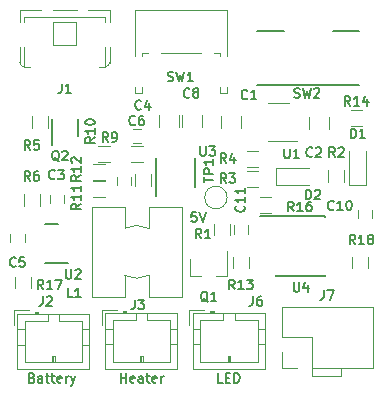
<source format=gbr>
G04 #@! TF.GenerationSoftware,KiCad,Pcbnew,(5.0-dev-4069-g322ce84fb)*
G04 #@! TF.CreationDate,2018-05-24T17:52:26+02:00*
G04 #@! TF.ProjectId,main,6D61696E2E6B696361645F7063620000,rev?*
G04 #@! TF.SameCoordinates,Original*
G04 #@! TF.FileFunction,Legend,Top*
G04 #@! TF.FilePolarity,Positive*
%FSLAX46Y46*%
G04 Gerber Fmt 4.6, Leading zero omitted, Abs format (unit mm)*
G04 Created by KiCad (PCBNEW (5.0-dev-4069-g322ce84fb)) date Thu May 24 17:52:26 2018*
%MOMM*%
%LPD*%
G01*
G04 APERTURE LIST*
%ADD10C,0.150000*%
%ADD11C,0.125000*%
%ADD12C,0.120000*%
%ADD13C,0.050000*%
G04 APERTURE END LIST*
D10*
X106447619Y-87261904D02*
X106066666Y-87261904D01*
X106028571Y-87642857D01*
X106066666Y-87604761D01*
X106142857Y-87566666D01*
X106333333Y-87566666D01*
X106409523Y-87604761D01*
X106447619Y-87642857D01*
X106485714Y-87719047D01*
X106485714Y-87909523D01*
X106447619Y-87985714D01*
X106409523Y-88023809D01*
X106333333Y-88061904D01*
X106142857Y-88061904D01*
X106066666Y-88023809D01*
X106028571Y-87985714D01*
X106714285Y-87261904D02*
X106980952Y-88061904D01*
X107247619Y-87261904D01*
X92542857Y-101242857D02*
X92657142Y-101280952D01*
X92695238Y-101319047D01*
X92733333Y-101395238D01*
X92733333Y-101509523D01*
X92695238Y-101585714D01*
X92657142Y-101623809D01*
X92580952Y-101661904D01*
X92276190Y-101661904D01*
X92276190Y-100861904D01*
X92542857Y-100861904D01*
X92619047Y-100900000D01*
X92657142Y-100938095D01*
X92695238Y-101014285D01*
X92695238Y-101090476D01*
X92657142Y-101166666D01*
X92619047Y-101204761D01*
X92542857Y-101242857D01*
X92276190Y-101242857D01*
X93419047Y-101661904D02*
X93419047Y-101242857D01*
X93380952Y-101166666D01*
X93304761Y-101128571D01*
X93152380Y-101128571D01*
X93076190Y-101166666D01*
X93419047Y-101623809D02*
X93342857Y-101661904D01*
X93152380Y-101661904D01*
X93076190Y-101623809D01*
X93038095Y-101547619D01*
X93038095Y-101471428D01*
X93076190Y-101395238D01*
X93152380Y-101357142D01*
X93342857Y-101357142D01*
X93419047Y-101319047D01*
X93685714Y-101128571D02*
X93990476Y-101128571D01*
X93800000Y-100861904D02*
X93800000Y-101547619D01*
X93838095Y-101623809D01*
X93914285Y-101661904D01*
X93990476Y-101661904D01*
X94142857Y-101128571D02*
X94447619Y-101128571D01*
X94257142Y-100861904D02*
X94257142Y-101547619D01*
X94295238Y-101623809D01*
X94371428Y-101661904D01*
X94447619Y-101661904D01*
X95019047Y-101623809D02*
X94942857Y-101661904D01*
X94790476Y-101661904D01*
X94714285Y-101623809D01*
X94676190Y-101547619D01*
X94676190Y-101242857D01*
X94714285Y-101166666D01*
X94790476Y-101128571D01*
X94942857Y-101128571D01*
X95019047Y-101166666D01*
X95057142Y-101242857D01*
X95057142Y-101319047D01*
X94676190Y-101395238D01*
X95400000Y-101661904D02*
X95400000Y-101128571D01*
X95400000Y-101280952D02*
X95438095Y-101204761D01*
X95476190Y-101166666D01*
X95552380Y-101128571D01*
X95628571Y-101128571D01*
X95819047Y-101128571D02*
X96009523Y-101661904D01*
X96200000Y-101128571D02*
X96009523Y-101661904D01*
X95933333Y-101852380D01*
X95895238Y-101890476D01*
X95819047Y-101928571D01*
X100047619Y-101661904D02*
X100047619Y-100861904D01*
X100047619Y-101242857D02*
X100504761Y-101242857D01*
X100504761Y-101661904D02*
X100504761Y-100861904D01*
X101190476Y-101623809D02*
X101114285Y-101661904D01*
X100961904Y-101661904D01*
X100885714Y-101623809D01*
X100847619Y-101547619D01*
X100847619Y-101242857D01*
X100885714Y-101166666D01*
X100961904Y-101128571D01*
X101114285Y-101128571D01*
X101190476Y-101166666D01*
X101228571Y-101242857D01*
X101228571Y-101319047D01*
X100847619Y-101395238D01*
X101914285Y-101661904D02*
X101914285Y-101242857D01*
X101876190Y-101166666D01*
X101800000Y-101128571D01*
X101647619Y-101128571D01*
X101571428Y-101166666D01*
X101914285Y-101623809D02*
X101838095Y-101661904D01*
X101647619Y-101661904D01*
X101571428Y-101623809D01*
X101533333Y-101547619D01*
X101533333Y-101471428D01*
X101571428Y-101395238D01*
X101647619Y-101357142D01*
X101838095Y-101357142D01*
X101914285Y-101319047D01*
X102180952Y-101128571D02*
X102485714Y-101128571D01*
X102295238Y-100861904D02*
X102295238Y-101547619D01*
X102333333Y-101623809D01*
X102409523Y-101661904D01*
X102485714Y-101661904D01*
X103057142Y-101623809D02*
X102980952Y-101661904D01*
X102828571Y-101661904D01*
X102752380Y-101623809D01*
X102714285Y-101547619D01*
X102714285Y-101242857D01*
X102752380Y-101166666D01*
X102828571Y-101128571D01*
X102980952Y-101128571D01*
X103057142Y-101166666D01*
X103095238Y-101242857D01*
X103095238Y-101319047D01*
X102714285Y-101395238D01*
X103438095Y-101661904D02*
X103438095Y-101128571D01*
X103438095Y-101280952D02*
X103476190Y-101204761D01*
X103514285Y-101166666D01*
X103590476Y-101128571D01*
X103666666Y-101128571D01*
X108685714Y-101661904D02*
X108304761Y-101661904D01*
X108304761Y-100861904D01*
X108952380Y-101242857D02*
X109219047Y-101242857D01*
X109333333Y-101661904D02*
X108952380Y-101661904D01*
X108952380Y-100861904D01*
X109333333Y-100861904D01*
X109676190Y-101661904D02*
X109676190Y-100861904D01*
X109866666Y-100861904D01*
X109980952Y-100900000D01*
X110057142Y-100976190D01*
X110095238Y-101052380D01*
X110133333Y-101204761D01*
X110133333Y-101319047D01*
X110095238Y-101471428D01*
X110057142Y-101547619D01*
X109980952Y-101623809D01*
X109866666Y-101661904D01*
X109676190Y-101661904D01*
D11*
X116275000Y-101100000D02*
X116275000Y-100400000D01*
X118675000Y-101100000D02*
X116275000Y-101100000D01*
X118675000Y-100450000D02*
X118675000Y-101100000D01*
D12*
X104950000Y-80050000D02*
X104950000Y-79050000D01*
X103250000Y-79050000D02*
X103250000Y-80050000D01*
X97700000Y-84620000D02*
X98700000Y-84620000D01*
X98700000Y-85980000D02*
X97700000Y-85980000D01*
D10*
X96400000Y-80825000D02*
X96400000Y-79375000D01*
X94200000Y-81550000D02*
X94200000Y-79375000D01*
D12*
X94050000Y-86500000D02*
X94050000Y-85800000D01*
X95250000Y-85800000D02*
X95250000Y-86500000D01*
X108550000Y-79100000D02*
X108550000Y-80100000D01*
X110250000Y-80100000D02*
X110250000Y-79100000D01*
X90700000Y-89750000D02*
X90700000Y-89050000D01*
X91900000Y-89050000D02*
X91900000Y-89750000D01*
X101050000Y-80200000D02*
X101750000Y-80200000D01*
X101750000Y-81400000D02*
X101050000Y-81400000D01*
X100900000Y-84250000D02*
X100900000Y-84950000D01*
X99700000Y-84950000D02*
X99700000Y-84250000D01*
X109600000Y-89050000D02*
X109600000Y-88350000D01*
X110800000Y-88350000D02*
X110800000Y-89050000D01*
X121300000Y-87050000D02*
X121300000Y-87750000D01*
X120100000Y-87750000D02*
X120100000Y-87050000D01*
X119400000Y-84900000D02*
X120800000Y-84900000D01*
X120800000Y-84900000D02*
X120800000Y-82100000D01*
X119400000Y-84900000D02*
X119400000Y-82100000D01*
X113200000Y-83500000D02*
X116000000Y-83500000D01*
X113200000Y-84900000D02*
X116000000Y-84900000D01*
X113200000Y-83500000D02*
X113200000Y-84900000D01*
X93300860Y-70125000D02*
X91500000Y-70125000D01*
X96301520Y-70125000D02*
X94300000Y-70125000D01*
X99099840Y-70125000D02*
X97298980Y-70125000D01*
X99099840Y-74576100D02*
X99100000Y-73275000D01*
X91500160Y-74576100D02*
X91500000Y-73275000D01*
X98749320Y-74926620D02*
G75*
G03X99099840Y-74576100I0J350520D01*
G01*
X91502700Y-74576100D02*
G75*
G03X91850680Y-74924080I347980J0D01*
G01*
X98750000Y-74925000D02*
X98200000Y-74925000D01*
X91850680Y-74924080D02*
X92400000Y-74925000D01*
X98750000Y-73275000D02*
X98750000Y-74925000D01*
X91850000Y-73275000D02*
X91850680Y-74924080D01*
X98749320Y-70674660D02*
X91850680Y-70674660D01*
X96249960Y-73074960D02*
X94350040Y-73074960D01*
X94350040Y-73074960D02*
X94350040Y-71175040D01*
X94350040Y-71175040D02*
X96249960Y-71175040D01*
X96249960Y-71175040D02*
X96249960Y-73074960D01*
X91850000Y-71175000D02*
X91850000Y-70675000D01*
X91500000Y-71175000D02*
X91500000Y-70125000D01*
X98750000Y-70675000D02*
X98750000Y-71175000D01*
X99100000Y-71175000D02*
X99100000Y-70125000D01*
X105920000Y-92660000D02*
X105920000Y-91200000D01*
X109080000Y-92660000D02*
X109080000Y-90500000D01*
X109080000Y-92660000D02*
X108150000Y-92660000D01*
X105920000Y-92660000D02*
X106850000Y-92660000D01*
X109280000Y-88200000D02*
X109280000Y-89200000D01*
X107920000Y-89200000D02*
X107920000Y-88200000D01*
X91820000Y-86700000D02*
X91820000Y-85700000D01*
X93180000Y-85700000D02*
X93180000Y-86700000D01*
X101220000Y-85000000D02*
X101220000Y-84000000D01*
X102580000Y-84000000D02*
X102580000Y-85000000D01*
X98100000Y-81620000D02*
X99100000Y-81620000D01*
X99100000Y-82980000D02*
X98100000Y-82980000D01*
X97700000Y-83120000D02*
X98700000Y-83120000D01*
X98700000Y-84480000D02*
X97700000Y-84480000D01*
X117620000Y-84700000D02*
X117620000Y-83700000D01*
X118980000Y-83700000D02*
X118980000Y-84700000D01*
X111700000Y-85080000D02*
X110700000Y-85080000D01*
X110700000Y-83720000D02*
X111700000Y-83720000D01*
X110700000Y-82020000D02*
X111700000Y-82020000D01*
X111700000Y-83380000D02*
X110700000Y-83380000D01*
X93880000Y-79100000D02*
X93880000Y-80100000D01*
X92520000Y-80100000D02*
X92520000Y-79100000D01*
X110880000Y-91000000D02*
X110880000Y-92000000D01*
X109520000Y-92000000D02*
X109520000Y-91000000D01*
X112800000Y-87280000D02*
X111800000Y-87280000D01*
X111800000Y-85920000D02*
X112800000Y-85920000D01*
D10*
X94775000Y-88275000D02*
X93625000Y-88275000D01*
X95550000Y-91525000D02*
X93625000Y-91525000D01*
D12*
X112500000Y-81210000D02*
X114950000Y-81210000D01*
X114300000Y-77990000D02*
X112500000Y-77990000D01*
X105850000Y-95500000D02*
X105850000Y-96750000D01*
X107100000Y-95500000D02*
X105850000Y-95500000D01*
X109200000Y-99900000D02*
X109200000Y-99400000D01*
X109300000Y-99400000D02*
X109300000Y-99900000D01*
X109100000Y-99400000D02*
X109300000Y-99400000D01*
X109100000Y-99900000D02*
X109100000Y-99400000D01*
X107900000Y-95700000D02*
X107600000Y-95700000D01*
X107600000Y-95600000D02*
X107600000Y-95800000D01*
X107900000Y-95600000D02*
X107600000Y-95600000D01*
X107900000Y-95800000D02*
X107900000Y-95600000D01*
X112250000Y-98400000D02*
X111650000Y-98400000D01*
X112250000Y-97100000D02*
X111650000Y-97100000D01*
X106150000Y-98400000D02*
X106750000Y-98400000D01*
X106150000Y-97100000D02*
X106750000Y-97100000D01*
X109700000Y-96400000D02*
X109700000Y-95800000D01*
X111650000Y-96400000D02*
X109700000Y-96400000D01*
X111650000Y-99900000D02*
X111650000Y-96400000D01*
X106750000Y-99900000D02*
X111650000Y-99900000D01*
X106750000Y-96400000D02*
X106750000Y-99900000D01*
X108700000Y-96400000D02*
X106750000Y-96400000D01*
X108700000Y-95800000D02*
X108700000Y-96400000D01*
X112250000Y-95800000D02*
X106150000Y-95800000D01*
X112250000Y-100500000D02*
X112250000Y-95800000D01*
X106150000Y-100500000D02*
X112250000Y-100500000D01*
X106150000Y-95800000D02*
X106150000Y-100500000D01*
X91300000Y-95850000D02*
X91300000Y-100550000D01*
X91300000Y-100550000D02*
X97400000Y-100550000D01*
X97400000Y-100550000D02*
X97400000Y-95850000D01*
X97400000Y-95850000D02*
X91300000Y-95850000D01*
X93850000Y-95850000D02*
X93850000Y-96450000D01*
X93850000Y-96450000D02*
X91900000Y-96450000D01*
X91900000Y-96450000D02*
X91900000Y-99950000D01*
X91900000Y-99950000D02*
X96800000Y-99950000D01*
X96800000Y-99950000D02*
X96800000Y-96450000D01*
X96800000Y-96450000D02*
X94850000Y-96450000D01*
X94850000Y-96450000D02*
X94850000Y-95850000D01*
X91300000Y-97150000D02*
X91900000Y-97150000D01*
X91300000Y-98450000D02*
X91900000Y-98450000D01*
X97400000Y-97150000D02*
X96800000Y-97150000D01*
X97400000Y-98450000D02*
X96800000Y-98450000D01*
X93050000Y-95850000D02*
X93050000Y-95650000D01*
X93050000Y-95650000D02*
X92750000Y-95650000D01*
X92750000Y-95650000D02*
X92750000Y-95850000D01*
X93050000Y-95750000D02*
X92750000Y-95750000D01*
X94250000Y-99950000D02*
X94250000Y-99450000D01*
X94250000Y-99450000D02*
X94450000Y-99450000D01*
X94450000Y-99450000D02*
X94450000Y-99950000D01*
X94350000Y-99950000D02*
X94350000Y-99450000D01*
X92250000Y-95550000D02*
X91000000Y-95550000D01*
X91000000Y-95550000D02*
X91000000Y-96800000D01*
X98450000Y-95500000D02*
X98450000Y-96750000D01*
X99700000Y-95500000D02*
X98450000Y-95500000D01*
X101800000Y-99900000D02*
X101800000Y-99400000D01*
X101900000Y-99400000D02*
X101900000Y-99900000D01*
X101700000Y-99400000D02*
X101900000Y-99400000D01*
X101700000Y-99900000D02*
X101700000Y-99400000D01*
X100500000Y-95700000D02*
X100200000Y-95700000D01*
X100200000Y-95600000D02*
X100200000Y-95800000D01*
X100500000Y-95600000D02*
X100200000Y-95600000D01*
X100500000Y-95800000D02*
X100500000Y-95600000D01*
X104850000Y-98400000D02*
X104250000Y-98400000D01*
X104850000Y-97100000D02*
X104250000Y-97100000D01*
X98750000Y-98400000D02*
X99350000Y-98400000D01*
X98750000Y-97100000D02*
X99350000Y-97100000D01*
X102300000Y-96400000D02*
X102300000Y-95800000D01*
X104250000Y-96400000D02*
X102300000Y-96400000D01*
X104250000Y-99900000D02*
X104250000Y-96400000D01*
X99350000Y-99900000D02*
X104250000Y-99900000D01*
X99350000Y-96400000D02*
X99350000Y-99900000D01*
X101300000Y-96400000D02*
X99350000Y-96400000D01*
X101300000Y-95800000D02*
X101300000Y-96400000D01*
X104850000Y-95800000D02*
X98750000Y-95800000D01*
X104850000Y-100500000D02*
X104850000Y-95800000D01*
X98750000Y-100500000D02*
X104850000Y-100500000D01*
X98750000Y-95800000D02*
X98750000Y-100500000D01*
D13*
X97600000Y-94400000D02*
X97600000Y-86800000D01*
X105200000Y-86800000D02*
X105200000Y-94400000D01*
X100400000Y-94400000D02*
X97600000Y-94400000D01*
X100400000Y-94400000D02*
X100400000Y-92600000D01*
X102400000Y-94400000D02*
X102400000Y-92600000D01*
X105200000Y-94400000D02*
X102400000Y-94400000D01*
X105200000Y-86800000D02*
X102400000Y-86800000D01*
X100400000Y-86800000D02*
X97600000Y-86800000D01*
X102400000Y-92599999D02*
G75*
G02X100400001Y-92599999I-1000000J1999999D01*
G01*
X100400000Y-88600001D02*
G75*
G02X102399999Y-88600001I1000000J-1999999D01*
G01*
X100400000Y-88600000D02*
X100400000Y-86800000D01*
X102400000Y-88600000D02*
X102400000Y-86800000D01*
D10*
X113900000Y-71900000D02*
X111600000Y-71900000D01*
X120200000Y-71900000D02*
X118000000Y-71900000D01*
X120200000Y-76500000D02*
X111600000Y-76500000D01*
D12*
X115950000Y-79200000D02*
X115950000Y-80200000D01*
X117650000Y-80200000D02*
X117650000Y-79200000D01*
X119500000Y-78620000D02*
X120500000Y-78620000D01*
X120500000Y-79980000D02*
X119500000Y-79980000D01*
X100900000Y-81620000D02*
X101900000Y-81620000D01*
X101900000Y-82980000D02*
X100900000Y-82980000D01*
X103450000Y-73770000D02*
X106850000Y-73770000D01*
X101810000Y-73770000D02*
X102350000Y-73770000D01*
X109010000Y-76600000D02*
X109010000Y-77110000D01*
X108490000Y-77110000D02*
X109010000Y-77110000D01*
X108490000Y-76600000D02*
X108490000Y-77110000D01*
X107950000Y-73770000D02*
X108490000Y-73770000D01*
X101290000Y-76600000D02*
X101290000Y-77110000D01*
X101810000Y-76600000D02*
X101810000Y-77110000D01*
X108490000Y-73770000D02*
X108490000Y-74000000D01*
X101290000Y-70100000D02*
X101290000Y-74000000D01*
X101290000Y-77110000D02*
X101810000Y-77110000D01*
X109010000Y-70100000D02*
X109010000Y-74000000D01*
X101290000Y-70100000D02*
X109010000Y-70100000D01*
X101810000Y-73770000D02*
X101810000Y-74000000D01*
D10*
X103050000Y-85850000D02*
X103050000Y-82675000D01*
X106350000Y-85125000D02*
X106350000Y-82675000D01*
D12*
X106950000Y-80050000D02*
X106950000Y-79050000D01*
X105250000Y-79050000D02*
X105250000Y-80050000D01*
X92480000Y-92700000D02*
X92480000Y-93700000D01*
X91120000Y-93700000D02*
X91120000Y-92700000D01*
X120980000Y-91000000D02*
X120980000Y-92000000D01*
X119620000Y-92000000D02*
X119620000Y-91000000D01*
X121410000Y-100430000D02*
X121410000Y-95230000D01*
X116270000Y-100430000D02*
X121410000Y-100430000D01*
X113670000Y-95230000D02*
X121410000Y-95230000D01*
X116270000Y-100430000D02*
X116270000Y-97830000D01*
X116270000Y-97830000D02*
X113670000Y-97830000D01*
X113670000Y-97830000D02*
X113670000Y-95230000D01*
X115000000Y-100430000D02*
X113670000Y-100430000D01*
X113670000Y-100430000D02*
X113670000Y-99100000D01*
X109050000Y-86000000D02*
G75*
G03X109050000Y-86000000I-950000J0D01*
G01*
D10*
X113200952Y-87532500D02*
X113200952Y-87582500D01*
X117350952Y-87532500D02*
X117350952Y-87677500D01*
X117350952Y-92682500D02*
X117350952Y-92537500D01*
X113200952Y-92682500D02*
X113200952Y-92537500D01*
X113200952Y-87532500D02*
X117350952Y-87532500D01*
X113200952Y-92682500D02*
X117350952Y-92682500D01*
X113200952Y-87582500D02*
X111800952Y-87582500D01*
X101766666Y-78485714D02*
X101728571Y-78523809D01*
X101614285Y-78561904D01*
X101538095Y-78561904D01*
X101423809Y-78523809D01*
X101347619Y-78447619D01*
X101309523Y-78371428D01*
X101271428Y-78219047D01*
X101271428Y-78104761D01*
X101309523Y-77952380D01*
X101347619Y-77876190D01*
X101423809Y-77800000D01*
X101538095Y-77761904D01*
X101614285Y-77761904D01*
X101728571Y-77800000D01*
X101766666Y-77838095D01*
X102452380Y-78028571D02*
X102452380Y-78561904D01*
X102261904Y-77723809D02*
X102071428Y-78295238D01*
X102566666Y-78295238D01*
X96661904Y-86514285D02*
X96280952Y-86780952D01*
X96661904Y-86971428D02*
X95861904Y-86971428D01*
X95861904Y-86666666D01*
X95900000Y-86590476D01*
X95938095Y-86552380D01*
X96014285Y-86514285D01*
X96128571Y-86514285D01*
X96204761Y-86552380D01*
X96242857Y-86590476D01*
X96280952Y-86666666D01*
X96280952Y-86971428D01*
X96661904Y-85752380D02*
X96661904Y-86209523D01*
X96661904Y-85980952D02*
X95861904Y-85980952D01*
X95976190Y-86057142D01*
X96052380Y-86133333D01*
X96090476Y-86209523D01*
X96661904Y-84990476D02*
X96661904Y-85447619D01*
X96661904Y-85219047D02*
X95861904Y-85219047D01*
X95976190Y-85295238D01*
X96052380Y-85371428D01*
X96090476Y-85447619D01*
X94823809Y-82938095D02*
X94747619Y-82900000D01*
X94671428Y-82823809D01*
X94557142Y-82709523D01*
X94480952Y-82671428D01*
X94404761Y-82671428D01*
X94442857Y-82861904D02*
X94366666Y-82823809D01*
X94290476Y-82747619D01*
X94252380Y-82595238D01*
X94252380Y-82328571D01*
X94290476Y-82176190D01*
X94366666Y-82100000D01*
X94442857Y-82061904D01*
X94595238Y-82061904D01*
X94671428Y-82100000D01*
X94747619Y-82176190D01*
X94785714Y-82328571D01*
X94785714Y-82595238D01*
X94747619Y-82747619D01*
X94671428Y-82823809D01*
X94595238Y-82861904D01*
X94442857Y-82861904D01*
X95090476Y-82138095D02*
X95128571Y-82100000D01*
X95204761Y-82061904D01*
X95395238Y-82061904D01*
X95471428Y-82100000D01*
X95509523Y-82138095D01*
X95547619Y-82214285D01*
X95547619Y-82290476D01*
X95509523Y-82404761D01*
X95052380Y-82861904D01*
X95547619Y-82861904D01*
X94466666Y-84385714D02*
X94428571Y-84423809D01*
X94314285Y-84461904D01*
X94238095Y-84461904D01*
X94123809Y-84423809D01*
X94047619Y-84347619D01*
X94009523Y-84271428D01*
X93971428Y-84119047D01*
X93971428Y-84004761D01*
X94009523Y-83852380D01*
X94047619Y-83776190D01*
X94123809Y-83700000D01*
X94238095Y-83661904D01*
X94314285Y-83661904D01*
X94428571Y-83700000D01*
X94466666Y-83738095D01*
X94733333Y-83661904D02*
X95228571Y-83661904D01*
X94961904Y-83966666D01*
X95076190Y-83966666D01*
X95152380Y-84004761D01*
X95190476Y-84042857D01*
X95228571Y-84119047D01*
X95228571Y-84309523D01*
X95190476Y-84385714D01*
X95152380Y-84423809D01*
X95076190Y-84461904D01*
X94847619Y-84461904D01*
X94771428Y-84423809D01*
X94733333Y-84385714D01*
X110766666Y-77585714D02*
X110728571Y-77623809D01*
X110614285Y-77661904D01*
X110538095Y-77661904D01*
X110423809Y-77623809D01*
X110347619Y-77547619D01*
X110309523Y-77471428D01*
X110271428Y-77319047D01*
X110271428Y-77204761D01*
X110309523Y-77052380D01*
X110347619Y-76976190D01*
X110423809Y-76900000D01*
X110538095Y-76861904D01*
X110614285Y-76861904D01*
X110728571Y-76900000D01*
X110766666Y-76938095D01*
X111528571Y-77661904D02*
X111071428Y-77661904D01*
X111300000Y-77661904D02*
X111300000Y-76861904D01*
X111223809Y-76976190D01*
X111147619Y-77052380D01*
X111071428Y-77090476D01*
X91166666Y-91785714D02*
X91128571Y-91823809D01*
X91014285Y-91861904D01*
X90938095Y-91861904D01*
X90823809Y-91823809D01*
X90747619Y-91747619D01*
X90709523Y-91671428D01*
X90671428Y-91519047D01*
X90671428Y-91404761D01*
X90709523Y-91252380D01*
X90747619Y-91176190D01*
X90823809Y-91100000D01*
X90938095Y-91061904D01*
X91014285Y-91061904D01*
X91128571Y-91100000D01*
X91166666Y-91138095D01*
X91890476Y-91061904D02*
X91509523Y-91061904D01*
X91471428Y-91442857D01*
X91509523Y-91404761D01*
X91585714Y-91366666D01*
X91776190Y-91366666D01*
X91852380Y-91404761D01*
X91890476Y-91442857D01*
X91928571Y-91519047D01*
X91928571Y-91709523D01*
X91890476Y-91785714D01*
X91852380Y-91823809D01*
X91776190Y-91861904D01*
X91585714Y-91861904D01*
X91509523Y-91823809D01*
X91471428Y-91785714D01*
X101266666Y-79785714D02*
X101228571Y-79823809D01*
X101114285Y-79861904D01*
X101038095Y-79861904D01*
X100923809Y-79823809D01*
X100847619Y-79747619D01*
X100809523Y-79671428D01*
X100771428Y-79519047D01*
X100771428Y-79404761D01*
X100809523Y-79252380D01*
X100847619Y-79176190D01*
X100923809Y-79100000D01*
X101038095Y-79061904D01*
X101114285Y-79061904D01*
X101228571Y-79100000D01*
X101266666Y-79138095D01*
X101952380Y-79061904D02*
X101800000Y-79061904D01*
X101723809Y-79100000D01*
X101685714Y-79138095D01*
X101609523Y-79252380D01*
X101571428Y-79404761D01*
X101571428Y-79709523D01*
X101609523Y-79785714D01*
X101647619Y-79823809D01*
X101723809Y-79861904D01*
X101876190Y-79861904D01*
X101952380Y-79823809D01*
X101990476Y-79785714D01*
X102028571Y-79709523D01*
X102028571Y-79519047D01*
X101990476Y-79442857D01*
X101952380Y-79404761D01*
X101876190Y-79366666D01*
X101723809Y-79366666D01*
X101647619Y-79404761D01*
X101609523Y-79442857D01*
X101571428Y-79519047D01*
X110485714Y-86714285D02*
X110523809Y-86752380D01*
X110561904Y-86866666D01*
X110561904Y-86942857D01*
X110523809Y-87057142D01*
X110447619Y-87133333D01*
X110371428Y-87171428D01*
X110219047Y-87209523D01*
X110104761Y-87209523D01*
X109952380Y-87171428D01*
X109876190Y-87133333D01*
X109800000Y-87057142D01*
X109761904Y-86942857D01*
X109761904Y-86866666D01*
X109800000Y-86752380D01*
X109838095Y-86714285D01*
X110561904Y-85952380D02*
X110561904Y-86409523D01*
X110561904Y-86180952D02*
X109761904Y-86180952D01*
X109876190Y-86257142D01*
X109952380Y-86333333D01*
X109990476Y-86409523D01*
X110561904Y-85190476D02*
X110561904Y-85647619D01*
X110561904Y-85419047D02*
X109761904Y-85419047D01*
X109876190Y-85495238D01*
X109952380Y-85571428D01*
X109990476Y-85647619D01*
X118085714Y-86985714D02*
X118047619Y-87023809D01*
X117933333Y-87061904D01*
X117857142Y-87061904D01*
X117742857Y-87023809D01*
X117666666Y-86947619D01*
X117628571Y-86871428D01*
X117590476Y-86719047D01*
X117590476Y-86604761D01*
X117628571Y-86452380D01*
X117666666Y-86376190D01*
X117742857Y-86300000D01*
X117857142Y-86261904D01*
X117933333Y-86261904D01*
X118047619Y-86300000D01*
X118085714Y-86338095D01*
X118847619Y-87061904D02*
X118390476Y-87061904D01*
X118619047Y-87061904D02*
X118619047Y-86261904D01*
X118542857Y-86376190D01*
X118466666Y-86452380D01*
X118390476Y-86490476D01*
X119342857Y-86261904D02*
X119419047Y-86261904D01*
X119495238Y-86300000D01*
X119533333Y-86338095D01*
X119571428Y-86414285D01*
X119609523Y-86566666D01*
X119609523Y-86757142D01*
X119571428Y-86909523D01*
X119533333Y-86985714D01*
X119495238Y-87023809D01*
X119419047Y-87061904D01*
X119342857Y-87061904D01*
X119266666Y-87023809D01*
X119228571Y-86985714D01*
X119190476Y-86909523D01*
X119152380Y-86757142D01*
X119152380Y-86566666D01*
X119190476Y-86414285D01*
X119228571Y-86338095D01*
X119266666Y-86300000D01*
X119342857Y-86261904D01*
X119509523Y-80961904D02*
X119509523Y-80161904D01*
X119700000Y-80161904D01*
X119814285Y-80200000D01*
X119890476Y-80276190D01*
X119928571Y-80352380D01*
X119966666Y-80504761D01*
X119966666Y-80619047D01*
X119928571Y-80771428D01*
X119890476Y-80847619D01*
X119814285Y-80923809D01*
X119700000Y-80961904D01*
X119509523Y-80961904D01*
X120728571Y-80961904D02*
X120271428Y-80961904D01*
X120500000Y-80961904D02*
X120500000Y-80161904D01*
X120423809Y-80276190D01*
X120347619Y-80352380D01*
X120271428Y-80390476D01*
X115709523Y-86161904D02*
X115709523Y-85361904D01*
X115900000Y-85361904D01*
X116014285Y-85400000D01*
X116090476Y-85476190D01*
X116128571Y-85552380D01*
X116166666Y-85704761D01*
X116166666Y-85819047D01*
X116128571Y-85971428D01*
X116090476Y-86047619D01*
X116014285Y-86123809D01*
X115900000Y-86161904D01*
X115709523Y-86161904D01*
X116471428Y-85438095D02*
X116509523Y-85400000D01*
X116585714Y-85361904D01*
X116776190Y-85361904D01*
X116852380Y-85400000D01*
X116890476Y-85438095D01*
X116928571Y-85514285D01*
X116928571Y-85590476D01*
X116890476Y-85704761D01*
X116433333Y-86161904D01*
X116928571Y-86161904D01*
X95033333Y-76361904D02*
X95033333Y-76933333D01*
X94995238Y-77047619D01*
X94919047Y-77123809D01*
X94804761Y-77161904D01*
X94728571Y-77161904D01*
X95833333Y-77161904D02*
X95376190Y-77161904D01*
X95604761Y-77161904D02*
X95604761Y-76361904D01*
X95528571Y-76476190D01*
X95452380Y-76552380D01*
X95376190Y-76590476D01*
X107423809Y-94838095D02*
X107347619Y-94800000D01*
X107271428Y-94723809D01*
X107157142Y-94609523D01*
X107080952Y-94571428D01*
X107004761Y-94571428D01*
X107042857Y-94761904D02*
X106966666Y-94723809D01*
X106890476Y-94647619D01*
X106852380Y-94495238D01*
X106852380Y-94228571D01*
X106890476Y-94076190D01*
X106966666Y-94000000D01*
X107042857Y-93961904D01*
X107195238Y-93961904D01*
X107271428Y-94000000D01*
X107347619Y-94076190D01*
X107385714Y-94228571D01*
X107385714Y-94495238D01*
X107347619Y-94647619D01*
X107271428Y-94723809D01*
X107195238Y-94761904D01*
X107042857Y-94761904D01*
X108147619Y-94761904D02*
X107690476Y-94761904D01*
X107919047Y-94761904D02*
X107919047Y-93961904D01*
X107842857Y-94076190D01*
X107766666Y-94152380D01*
X107690476Y-94190476D01*
X106866666Y-89461904D02*
X106600000Y-89080952D01*
X106409523Y-89461904D02*
X106409523Y-88661904D01*
X106714285Y-88661904D01*
X106790476Y-88700000D01*
X106828571Y-88738095D01*
X106866666Y-88814285D01*
X106866666Y-88928571D01*
X106828571Y-89004761D01*
X106790476Y-89042857D01*
X106714285Y-89080952D01*
X106409523Y-89080952D01*
X107628571Y-89461904D02*
X107171428Y-89461904D01*
X107400000Y-89461904D02*
X107400000Y-88661904D01*
X107323809Y-88776190D01*
X107247619Y-88852380D01*
X107171428Y-88890476D01*
X92366666Y-84561904D02*
X92100000Y-84180952D01*
X91909523Y-84561904D02*
X91909523Y-83761904D01*
X92214285Y-83761904D01*
X92290476Y-83800000D01*
X92328571Y-83838095D01*
X92366666Y-83914285D01*
X92366666Y-84028571D01*
X92328571Y-84104761D01*
X92290476Y-84142857D01*
X92214285Y-84180952D01*
X91909523Y-84180952D01*
X93052380Y-83761904D02*
X92900000Y-83761904D01*
X92823809Y-83800000D01*
X92785714Y-83838095D01*
X92709523Y-83952380D01*
X92671428Y-84104761D01*
X92671428Y-84409523D01*
X92709523Y-84485714D01*
X92747619Y-84523809D01*
X92823809Y-84561904D01*
X92976190Y-84561904D01*
X93052380Y-84523809D01*
X93090476Y-84485714D01*
X93128571Y-84409523D01*
X93128571Y-84219047D01*
X93090476Y-84142857D01*
X93052380Y-84104761D01*
X92976190Y-84066666D01*
X92823809Y-84066666D01*
X92747619Y-84104761D01*
X92709523Y-84142857D01*
X92671428Y-84219047D01*
X97861904Y-80914285D02*
X97480952Y-81180952D01*
X97861904Y-81371428D02*
X97061904Y-81371428D01*
X97061904Y-81066666D01*
X97100000Y-80990476D01*
X97138095Y-80952380D01*
X97214285Y-80914285D01*
X97328571Y-80914285D01*
X97404761Y-80952380D01*
X97442857Y-80990476D01*
X97480952Y-81066666D01*
X97480952Y-81371428D01*
X97861904Y-80152380D02*
X97861904Y-80609523D01*
X97861904Y-80380952D02*
X97061904Y-80380952D01*
X97176190Y-80457142D01*
X97252380Y-80533333D01*
X97290476Y-80609523D01*
X97061904Y-79657142D02*
X97061904Y-79580952D01*
X97100000Y-79504761D01*
X97138095Y-79466666D01*
X97214285Y-79428571D01*
X97366666Y-79390476D01*
X97557142Y-79390476D01*
X97709523Y-79428571D01*
X97785714Y-79466666D01*
X97823809Y-79504761D01*
X97861904Y-79580952D01*
X97861904Y-79657142D01*
X97823809Y-79733333D01*
X97785714Y-79771428D01*
X97709523Y-79809523D01*
X97557142Y-79847619D01*
X97366666Y-79847619D01*
X97214285Y-79809523D01*
X97138095Y-79771428D01*
X97100000Y-79733333D01*
X97061904Y-79657142D01*
X96661904Y-84114285D02*
X96280952Y-84380952D01*
X96661904Y-84571428D02*
X95861904Y-84571428D01*
X95861904Y-84266666D01*
X95900000Y-84190476D01*
X95938095Y-84152380D01*
X96014285Y-84114285D01*
X96128571Y-84114285D01*
X96204761Y-84152380D01*
X96242857Y-84190476D01*
X96280952Y-84266666D01*
X96280952Y-84571428D01*
X96661904Y-83352380D02*
X96661904Y-83809523D01*
X96661904Y-83580952D02*
X95861904Y-83580952D01*
X95976190Y-83657142D01*
X96052380Y-83733333D01*
X96090476Y-83809523D01*
X95938095Y-83047619D02*
X95900000Y-83009523D01*
X95861904Y-82933333D01*
X95861904Y-82742857D01*
X95900000Y-82666666D01*
X95938095Y-82628571D01*
X96014285Y-82590476D01*
X96090476Y-82590476D01*
X96204761Y-82628571D01*
X96661904Y-83085714D01*
X96661904Y-82590476D01*
X118166666Y-82561904D02*
X117900000Y-82180952D01*
X117709523Y-82561904D02*
X117709523Y-81761904D01*
X118014285Y-81761904D01*
X118090476Y-81800000D01*
X118128571Y-81838095D01*
X118166666Y-81914285D01*
X118166666Y-82028571D01*
X118128571Y-82104761D01*
X118090476Y-82142857D01*
X118014285Y-82180952D01*
X117709523Y-82180952D01*
X118471428Y-81838095D02*
X118509523Y-81800000D01*
X118585714Y-81761904D01*
X118776190Y-81761904D01*
X118852380Y-81800000D01*
X118890476Y-81838095D01*
X118928571Y-81914285D01*
X118928571Y-81990476D01*
X118890476Y-82104761D01*
X118433333Y-82561904D01*
X118928571Y-82561904D01*
X108966666Y-84761904D02*
X108700000Y-84380952D01*
X108509523Y-84761904D02*
X108509523Y-83961904D01*
X108814285Y-83961904D01*
X108890476Y-84000000D01*
X108928571Y-84038095D01*
X108966666Y-84114285D01*
X108966666Y-84228571D01*
X108928571Y-84304761D01*
X108890476Y-84342857D01*
X108814285Y-84380952D01*
X108509523Y-84380952D01*
X109233333Y-83961904D02*
X109728571Y-83961904D01*
X109461904Y-84266666D01*
X109576190Y-84266666D01*
X109652380Y-84304761D01*
X109690476Y-84342857D01*
X109728571Y-84419047D01*
X109728571Y-84609523D01*
X109690476Y-84685714D01*
X109652380Y-84723809D01*
X109576190Y-84761904D01*
X109347619Y-84761904D01*
X109271428Y-84723809D01*
X109233333Y-84685714D01*
X108966666Y-83061904D02*
X108700000Y-82680952D01*
X108509523Y-83061904D02*
X108509523Y-82261904D01*
X108814285Y-82261904D01*
X108890476Y-82300000D01*
X108928571Y-82338095D01*
X108966666Y-82414285D01*
X108966666Y-82528571D01*
X108928571Y-82604761D01*
X108890476Y-82642857D01*
X108814285Y-82680952D01*
X108509523Y-82680952D01*
X109652380Y-82528571D02*
X109652380Y-83061904D01*
X109461904Y-82223809D02*
X109271428Y-82795238D01*
X109766666Y-82795238D01*
X92366666Y-81961904D02*
X92100000Y-81580952D01*
X91909523Y-81961904D02*
X91909523Y-81161904D01*
X92214285Y-81161904D01*
X92290476Y-81200000D01*
X92328571Y-81238095D01*
X92366666Y-81314285D01*
X92366666Y-81428571D01*
X92328571Y-81504761D01*
X92290476Y-81542857D01*
X92214285Y-81580952D01*
X91909523Y-81580952D01*
X93090476Y-81161904D02*
X92709523Y-81161904D01*
X92671428Y-81542857D01*
X92709523Y-81504761D01*
X92785714Y-81466666D01*
X92976190Y-81466666D01*
X93052380Y-81504761D01*
X93090476Y-81542857D01*
X93128571Y-81619047D01*
X93128571Y-81809523D01*
X93090476Y-81885714D01*
X93052380Y-81923809D01*
X92976190Y-81961904D01*
X92785714Y-81961904D01*
X92709523Y-81923809D01*
X92671428Y-81885714D01*
X109685714Y-93761904D02*
X109419047Y-93380952D01*
X109228571Y-93761904D02*
X109228571Y-92961904D01*
X109533333Y-92961904D01*
X109609523Y-93000000D01*
X109647619Y-93038095D01*
X109685714Y-93114285D01*
X109685714Y-93228571D01*
X109647619Y-93304761D01*
X109609523Y-93342857D01*
X109533333Y-93380952D01*
X109228571Y-93380952D01*
X110447619Y-93761904D02*
X109990476Y-93761904D01*
X110219047Y-93761904D02*
X110219047Y-92961904D01*
X110142857Y-93076190D01*
X110066666Y-93152380D01*
X109990476Y-93190476D01*
X110714285Y-92961904D02*
X111209523Y-92961904D01*
X110942857Y-93266666D01*
X111057142Y-93266666D01*
X111133333Y-93304761D01*
X111171428Y-93342857D01*
X111209523Y-93419047D01*
X111209523Y-93609523D01*
X111171428Y-93685714D01*
X111133333Y-93723809D01*
X111057142Y-93761904D01*
X110828571Y-93761904D01*
X110752380Y-93723809D01*
X110714285Y-93685714D01*
X114685714Y-87161904D02*
X114419047Y-86780952D01*
X114228571Y-87161904D02*
X114228571Y-86361904D01*
X114533333Y-86361904D01*
X114609523Y-86400000D01*
X114647619Y-86438095D01*
X114685714Y-86514285D01*
X114685714Y-86628571D01*
X114647619Y-86704761D01*
X114609523Y-86742857D01*
X114533333Y-86780952D01*
X114228571Y-86780952D01*
X115447619Y-87161904D02*
X114990476Y-87161904D01*
X115219047Y-87161904D02*
X115219047Y-86361904D01*
X115142857Y-86476190D01*
X115066666Y-86552380D01*
X114990476Y-86590476D01*
X116133333Y-86361904D02*
X115980952Y-86361904D01*
X115904761Y-86400000D01*
X115866666Y-86438095D01*
X115790476Y-86552380D01*
X115752380Y-86704761D01*
X115752380Y-87009523D01*
X115790476Y-87085714D01*
X115828571Y-87123809D01*
X115904761Y-87161904D01*
X116057142Y-87161904D01*
X116133333Y-87123809D01*
X116171428Y-87085714D01*
X116209523Y-87009523D01*
X116209523Y-86819047D01*
X116171428Y-86742857D01*
X116133333Y-86704761D01*
X116057142Y-86666666D01*
X115904761Y-86666666D01*
X115828571Y-86704761D01*
X115790476Y-86742857D01*
X115752380Y-86819047D01*
X95390476Y-92061904D02*
X95390476Y-92709523D01*
X95428571Y-92785714D01*
X95466666Y-92823809D01*
X95542857Y-92861904D01*
X95695238Y-92861904D01*
X95771428Y-92823809D01*
X95809523Y-92785714D01*
X95847619Y-92709523D01*
X95847619Y-92061904D01*
X96190476Y-92138095D02*
X96228571Y-92100000D01*
X96304761Y-92061904D01*
X96495238Y-92061904D01*
X96571428Y-92100000D01*
X96609523Y-92138095D01*
X96647619Y-92214285D01*
X96647619Y-92290476D01*
X96609523Y-92404761D01*
X96152380Y-92861904D01*
X96647619Y-92861904D01*
X113890476Y-81861904D02*
X113890476Y-82509523D01*
X113928571Y-82585714D01*
X113966666Y-82623809D01*
X114042857Y-82661904D01*
X114195238Y-82661904D01*
X114271428Y-82623809D01*
X114309523Y-82585714D01*
X114347619Y-82509523D01*
X114347619Y-81861904D01*
X115147619Y-82661904D02*
X114690476Y-82661904D01*
X114919047Y-82661904D02*
X114919047Y-81861904D01*
X114842857Y-81976190D01*
X114766666Y-82052380D01*
X114690476Y-82090476D01*
X111233333Y-94361904D02*
X111233333Y-94933333D01*
X111195238Y-95047619D01*
X111119047Y-95123809D01*
X111004761Y-95161904D01*
X110928571Y-95161904D01*
X111957142Y-94361904D02*
X111804761Y-94361904D01*
X111728571Y-94400000D01*
X111690476Y-94438095D01*
X111614285Y-94552380D01*
X111576190Y-94704761D01*
X111576190Y-95009523D01*
X111614285Y-95085714D01*
X111652380Y-95123809D01*
X111728571Y-95161904D01*
X111880952Y-95161904D01*
X111957142Y-95123809D01*
X111995238Y-95085714D01*
X112033333Y-95009523D01*
X112033333Y-94819047D01*
X111995238Y-94742857D01*
X111957142Y-94704761D01*
X111880952Y-94666666D01*
X111728571Y-94666666D01*
X111652380Y-94704761D01*
X111614285Y-94742857D01*
X111576190Y-94819047D01*
X93433333Y-94361904D02*
X93433333Y-94933333D01*
X93395238Y-95047619D01*
X93319047Y-95123809D01*
X93204761Y-95161904D01*
X93128571Y-95161904D01*
X93776190Y-94438095D02*
X93814285Y-94400000D01*
X93890476Y-94361904D01*
X94080952Y-94361904D01*
X94157142Y-94400000D01*
X94195238Y-94438095D01*
X94233333Y-94514285D01*
X94233333Y-94590476D01*
X94195238Y-94704761D01*
X93738095Y-95161904D01*
X94233333Y-95161904D01*
X101233333Y-94661904D02*
X101233333Y-95233333D01*
X101195238Y-95347619D01*
X101119047Y-95423809D01*
X101004761Y-95461904D01*
X100928571Y-95461904D01*
X101538095Y-94661904D02*
X102033333Y-94661904D01*
X101766666Y-94966666D01*
X101880952Y-94966666D01*
X101957142Y-95004761D01*
X101995238Y-95042857D01*
X102033333Y-95119047D01*
X102033333Y-95309523D01*
X101995238Y-95385714D01*
X101957142Y-95423809D01*
X101880952Y-95461904D01*
X101652380Y-95461904D01*
X101576190Y-95423809D01*
X101538095Y-95385714D01*
X95966666Y-94461904D02*
X95585714Y-94461904D01*
X95585714Y-93661904D01*
X96652380Y-94461904D02*
X96195238Y-94461904D01*
X96423809Y-94461904D02*
X96423809Y-93661904D01*
X96347619Y-93776190D01*
X96271428Y-93852380D01*
X96195238Y-93890476D01*
X114733333Y-77523809D02*
X114847619Y-77561904D01*
X115038095Y-77561904D01*
X115114285Y-77523809D01*
X115152380Y-77485714D01*
X115190476Y-77409523D01*
X115190476Y-77333333D01*
X115152380Y-77257142D01*
X115114285Y-77219047D01*
X115038095Y-77180952D01*
X114885714Y-77142857D01*
X114809523Y-77104761D01*
X114771428Y-77066666D01*
X114733333Y-76990476D01*
X114733333Y-76914285D01*
X114771428Y-76838095D01*
X114809523Y-76800000D01*
X114885714Y-76761904D01*
X115076190Y-76761904D01*
X115190476Y-76800000D01*
X115457142Y-76761904D02*
X115647619Y-77561904D01*
X115800000Y-76990476D01*
X115952380Y-77561904D01*
X116142857Y-76761904D01*
X116409523Y-76838095D02*
X116447619Y-76800000D01*
X116523809Y-76761904D01*
X116714285Y-76761904D01*
X116790476Y-76800000D01*
X116828571Y-76838095D01*
X116866666Y-76914285D01*
X116866666Y-76990476D01*
X116828571Y-77104761D01*
X116371428Y-77561904D01*
X116866666Y-77561904D01*
X116266666Y-82485714D02*
X116228571Y-82523809D01*
X116114285Y-82561904D01*
X116038095Y-82561904D01*
X115923809Y-82523809D01*
X115847619Y-82447619D01*
X115809523Y-82371428D01*
X115771428Y-82219047D01*
X115771428Y-82104761D01*
X115809523Y-81952380D01*
X115847619Y-81876190D01*
X115923809Y-81800000D01*
X116038095Y-81761904D01*
X116114285Y-81761904D01*
X116228571Y-81800000D01*
X116266666Y-81838095D01*
X116571428Y-81838095D02*
X116609523Y-81800000D01*
X116685714Y-81761904D01*
X116876190Y-81761904D01*
X116952380Y-81800000D01*
X116990476Y-81838095D01*
X117028571Y-81914285D01*
X117028571Y-81990476D01*
X116990476Y-82104761D01*
X116533333Y-82561904D01*
X117028571Y-82561904D01*
X119485714Y-78211904D02*
X119219047Y-77830952D01*
X119028571Y-78211904D02*
X119028571Y-77411904D01*
X119333333Y-77411904D01*
X119409523Y-77450000D01*
X119447619Y-77488095D01*
X119485714Y-77564285D01*
X119485714Y-77678571D01*
X119447619Y-77754761D01*
X119409523Y-77792857D01*
X119333333Y-77830952D01*
X119028571Y-77830952D01*
X120247619Y-78211904D02*
X119790476Y-78211904D01*
X120019047Y-78211904D02*
X120019047Y-77411904D01*
X119942857Y-77526190D01*
X119866666Y-77602380D01*
X119790476Y-77640476D01*
X120933333Y-77678571D02*
X120933333Y-78211904D01*
X120742857Y-77373809D02*
X120552380Y-77945238D01*
X121047619Y-77945238D01*
X98966666Y-81261904D02*
X98700000Y-80880952D01*
X98509523Y-81261904D02*
X98509523Y-80461904D01*
X98814285Y-80461904D01*
X98890476Y-80500000D01*
X98928571Y-80538095D01*
X98966666Y-80614285D01*
X98966666Y-80728571D01*
X98928571Y-80804761D01*
X98890476Y-80842857D01*
X98814285Y-80880952D01*
X98509523Y-80880952D01*
X99347619Y-81261904D02*
X99500000Y-81261904D01*
X99576190Y-81223809D01*
X99614285Y-81185714D01*
X99690476Y-81071428D01*
X99728571Y-80919047D01*
X99728571Y-80614285D01*
X99690476Y-80538095D01*
X99652380Y-80500000D01*
X99576190Y-80461904D01*
X99423809Y-80461904D01*
X99347619Y-80500000D01*
X99309523Y-80538095D01*
X99271428Y-80614285D01*
X99271428Y-80804761D01*
X99309523Y-80880952D01*
X99347619Y-80919047D01*
X99423809Y-80957142D01*
X99576190Y-80957142D01*
X99652380Y-80919047D01*
X99690476Y-80880952D01*
X99728571Y-80804761D01*
X104033333Y-76123809D02*
X104147619Y-76161904D01*
X104338095Y-76161904D01*
X104414285Y-76123809D01*
X104452380Y-76085714D01*
X104490476Y-76009523D01*
X104490476Y-75933333D01*
X104452380Y-75857142D01*
X104414285Y-75819047D01*
X104338095Y-75780952D01*
X104185714Y-75742857D01*
X104109523Y-75704761D01*
X104071428Y-75666666D01*
X104033333Y-75590476D01*
X104033333Y-75514285D01*
X104071428Y-75438095D01*
X104109523Y-75400000D01*
X104185714Y-75361904D01*
X104376190Y-75361904D01*
X104490476Y-75400000D01*
X104757142Y-75361904D02*
X104947619Y-76161904D01*
X105100000Y-75590476D01*
X105252380Y-76161904D01*
X105442857Y-75361904D01*
X106166666Y-76161904D02*
X105709523Y-76161904D01*
X105938095Y-76161904D02*
X105938095Y-75361904D01*
X105861904Y-75476190D01*
X105785714Y-75552380D01*
X105709523Y-75590476D01*
X106790476Y-81661904D02*
X106790476Y-82309523D01*
X106828571Y-82385714D01*
X106866666Y-82423809D01*
X106942857Y-82461904D01*
X107095238Y-82461904D01*
X107171428Y-82423809D01*
X107209523Y-82385714D01*
X107247619Y-82309523D01*
X107247619Y-81661904D01*
X107552380Y-81661904D02*
X108047619Y-81661904D01*
X107780952Y-81966666D01*
X107895238Y-81966666D01*
X107971428Y-82004761D01*
X108009523Y-82042857D01*
X108047619Y-82119047D01*
X108047619Y-82309523D01*
X108009523Y-82385714D01*
X107971428Y-82423809D01*
X107895238Y-82461904D01*
X107666666Y-82461904D01*
X107590476Y-82423809D01*
X107552380Y-82385714D01*
X105866666Y-77485714D02*
X105828571Y-77523809D01*
X105714285Y-77561904D01*
X105638095Y-77561904D01*
X105523809Y-77523809D01*
X105447619Y-77447619D01*
X105409523Y-77371428D01*
X105371428Y-77219047D01*
X105371428Y-77104761D01*
X105409523Y-76952380D01*
X105447619Y-76876190D01*
X105523809Y-76800000D01*
X105638095Y-76761904D01*
X105714285Y-76761904D01*
X105828571Y-76800000D01*
X105866666Y-76838095D01*
X106323809Y-77104761D02*
X106247619Y-77066666D01*
X106209523Y-77028571D01*
X106171428Y-76952380D01*
X106171428Y-76914285D01*
X106209523Y-76838095D01*
X106247619Y-76800000D01*
X106323809Y-76761904D01*
X106476190Y-76761904D01*
X106552380Y-76800000D01*
X106590476Y-76838095D01*
X106628571Y-76914285D01*
X106628571Y-76952380D01*
X106590476Y-77028571D01*
X106552380Y-77066666D01*
X106476190Y-77104761D01*
X106323809Y-77104761D01*
X106247619Y-77142857D01*
X106209523Y-77180952D01*
X106171428Y-77257142D01*
X106171428Y-77409523D01*
X106209523Y-77485714D01*
X106247619Y-77523809D01*
X106323809Y-77561904D01*
X106476190Y-77561904D01*
X106552380Y-77523809D01*
X106590476Y-77485714D01*
X106628571Y-77409523D01*
X106628571Y-77257142D01*
X106590476Y-77180952D01*
X106552380Y-77142857D01*
X106476190Y-77104761D01*
X93485714Y-93761904D02*
X93219047Y-93380952D01*
X93028571Y-93761904D02*
X93028571Y-92961904D01*
X93333333Y-92961904D01*
X93409523Y-93000000D01*
X93447619Y-93038095D01*
X93485714Y-93114285D01*
X93485714Y-93228571D01*
X93447619Y-93304761D01*
X93409523Y-93342857D01*
X93333333Y-93380952D01*
X93028571Y-93380952D01*
X94247619Y-93761904D02*
X93790476Y-93761904D01*
X94019047Y-93761904D02*
X94019047Y-92961904D01*
X93942857Y-93076190D01*
X93866666Y-93152380D01*
X93790476Y-93190476D01*
X94514285Y-92961904D02*
X95047619Y-92961904D01*
X94704761Y-93761904D01*
X119885714Y-89961904D02*
X119619047Y-89580952D01*
X119428571Y-89961904D02*
X119428571Y-89161904D01*
X119733333Y-89161904D01*
X119809523Y-89200000D01*
X119847619Y-89238095D01*
X119885714Y-89314285D01*
X119885714Y-89428571D01*
X119847619Y-89504761D01*
X119809523Y-89542857D01*
X119733333Y-89580952D01*
X119428571Y-89580952D01*
X120647619Y-89961904D02*
X120190476Y-89961904D01*
X120419047Y-89961904D02*
X120419047Y-89161904D01*
X120342857Y-89276190D01*
X120266666Y-89352380D01*
X120190476Y-89390476D01*
X121104761Y-89504761D02*
X121028571Y-89466666D01*
X120990476Y-89428571D01*
X120952380Y-89352380D01*
X120952380Y-89314285D01*
X120990476Y-89238095D01*
X121028571Y-89200000D01*
X121104761Y-89161904D01*
X121257142Y-89161904D01*
X121333333Y-89200000D01*
X121371428Y-89238095D01*
X121409523Y-89314285D01*
X121409523Y-89352380D01*
X121371428Y-89428571D01*
X121333333Y-89466666D01*
X121257142Y-89504761D01*
X121104761Y-89504761D01*
X121028571Y-89542857D01*
X120990476Y-89580952D01*
X120952380Y-89657142D01*
X120952380Y-89809523D01*
X120990476Y-89885714D01*
X121028571Y-89923809D01*
X121104761Y-89961904D01*
X121257142Y-89961904D01*
X121333333Y-89923809D01*
X121371428Y-89885714D01*
X121409523Y-89809523D01*
X121409523Y-89657142D01*
X121371428Y-89580952D01*
X121333333Y-89542857D01*
X121257142Y-89504761D01*
X117233333Y-93861904D02*
X117233333Y-94433333D01*
X117195238Y-94547619D01*
X117119047Y-94623809D01*
X117004761Y-94661904D01*
X116928571Y-94661904D01*
X117538095Y-93861904D02*
X118071428Y-93861904D01*
X117728571Y-94661904D01*
X107061904Y-84709523D02*
X107061904Y-84252380D01*
X107861904Y-84480952D02*
X107061904Y-84480952D01*
X107861904Y-83985714D02*
X107061904Y-83985714D01*
X107061904Y-83680952D01*
X107100000Y-83604761D01*
X107138095Y-83566666D01*
X107214285Y-83528571D01*
X107328571Y-83528571D01*
X107404761Y-83566666D01*
X107442857Y-83604761D01*
X107480952Y-83680952D01*
X107480952Y-83985714D01*
X107861904Y-82766666D02*
X107861904Y-83223809D01*
X107861904Y-82995238D02*
X107061904Y-82995238D01*
X107176190Y-83071428D01*
X107252380Y-83147619D01*
X107290476Y-83223809D01*
X114690476Y-93161904D02*
X114690476Y-93809523D01*
X114728571Y-93885714D01*
X114766666Y-93923809D01*
X114842857Y-93961904D01*
X114995238Y-93961904D01*
X115071428Y-93923809D01*
X115109523Y-93885714D01*
X115147619Y-93809523D01*
X115147619Y-93161904D01*
X115871428Y-93428571D02*
X115871428Y-93961904D01*
X115680952Y-93123809D02*
X115490476Y-93695238D01*
X115985714Y-93695238D01*
M02*

</source>
